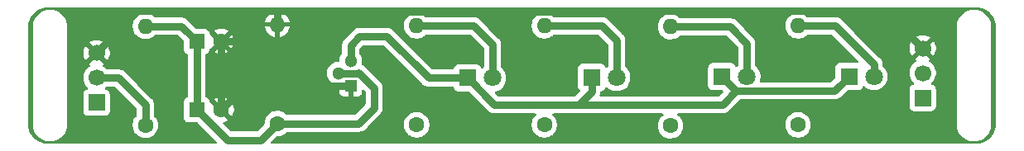
<source format=gbr>
%TF.GenerationSoftware,KiCad,Pcbnew,9.0.0*%
%TF.CreationDate,2025-06-20T16:33:01-04:00*%
%TF.ProjectId,proyecto_2_modulo,70726f79-6563-4746-9f5f-325f6d6f6475,rev?*%
%TF.SameCoordinates,Original*%
%TF.FileFunction,Copper,L2,Bot*%
%TF.FilePolarity,Positive*%
%FSLAX46Y46*%
G04 Gerber Fmt 4.6, Leading zero omitted, Abs format (unit mm)*
G04 Created by KiCad (PCBNEW 9.0.0) date 2025-06-20 16:33:01*
%MOMM*%
%LPD*%
G01*
G04 APERTURE LIST*
%TA.AperFunction,ComponentPad*%
%ADD10R,1.300000X1.300000*%
%TD*%
%TA.AperFunction,ComponentPad*%
%ADD11C,1.300000*%
%TD*%
%TA.AperFunction,ComponentPad*%
%ADD12C,1.600000*%
%TD*%
%TA.AperFunction,ComponentPad*%
%ADD13O,1.600000X1.600000*%
%TD*%
%TA.AperFunction,ComponentPad*%
%ADD14R,1.800000X1.800000*%
%TD*%
%TA.AperFunction,ComponentPad*%
%ADD15C,1.800000*%
%TD*%
%TA.AperFunction,ComponentPad*%
%ADD16R,1.700000X1.700000*%
%TD*%
%TA.AperFunction,ComponentPad*%
%ADD17C,1.700000*%
%TD*%
%TA.AperFunction,ComponentPad*%
%ADD18R,1.600000X1.600000*%
%TD*%
%TA.AperFunction,Conductor*%
%ADD19C,0.750000*%
%TD*%
G04 APERTURE END LIST*
D10*
%TO.P,Q2,1,E*%
%TO.N,GND1*%
X83500000Y-33520000D03*
D11*
%TO.P,Q2,2,B*%
%TO.N,Net-(Q2-B)*%
X82230000Y-32250000D03*
%TO.P,Q2,3,C*%
%TO.N,Net-(D10-K)*%
X83500000Y-30980000D03*
%TD*%
D12*
%TO.P,R15,1*%
%TO.N,Net-(J21-Pin_2)*%
X62500000Y-37580000D03*
D13*
%TO.P,R15,2*%
%TO.N,Net-(Q2-B)*%
X62500000Y-27420000D03*
%TD*%
D14*
%TO.P,D10,1,K*%
%TO.N,Net-(D10-K)*%
X134475000Y-32600000D03*
D15*
%TO.P,D10,2,A*%
%TO.N,Net-(D10-A)*%
X137015000Y-32600000D03*
%TD*%
D12*
%TO.P,R22,1*%
%TO.N,Net-(Q2-B)*%
X76000000Y-37410000D03*
D13*
%TO.P,R22,2*%
%TO.N,GND1*%
X76000000Y-27250000D03*
%TD*%
D14*
%TO.P,D7,1,K*%
%TO.N,Net-(D10-K)*%
X108160000Y-32700000D03*
D15*
%TO.P,D7,2,A*%
%TO.N,Net-(D7-A)*%
X110700000Y-32700000D03*
%TD*%
D12*
%TO.P,R23,1*%
%TO.N,VCC*%
X129250000Y-37560000D03*
D13*
%TO.P,R23,2*%
%TO.N,Net-(D10-A)*%
X129250000Y-27400000D03*
%TD*%
D16*
%TO.P,J21,1,Pin_1*%
%TO.N,VCC*%
X142000000Y-34790000D03*
D17*
%TO.P,J21,2,Pin_2*%
%TO.N,Net-(J21-Pin_2)*%
X142000000Y-32250000D03*
%TO.P,J21,3,Pin_3*%
%TO.N,GND1*%
X142000000Y-29710000D03*
%TD*%
D14*
%TO.P,D8,1,K*%
%TO.N,Net-(D10-K)*%
X121460000Y-32600000D03*
D15*
%TO.P,D8,2,A*%
%TO.N,Net-(D8-A)*%
X124000000Y-32600000D03*
%TD*%
D16*
%TO.P,J23,1,Pin_1*%
%TO.N,VCC*%
X57500000Y-35290000D03*
D17*
%TO.P,J23,2,Pin_2*%
%TO.N,Net-(J21-Pin_2)*%
X57500000Y-32750000D03*
%TO.P,J23,3,Pin_3*%
%TO.N,GND1*%
X57500000Y-30210000D03*
%TD*%
D12*
%TO.P,R16,1*%
%TO.N,VCC*%
X90250000Y-37560000D03*
D13*
%TO.P,R16,2*%
%TO.N,Net-(D5-A)*%
X90250000Y-27400000D03*
%TD*%
D12*
%TO.P,R20,1*%
%TO.N,VCC*%
X116200000Y-37660000D03*
D13*
%TO.P,R20,2*%
%TO.N,Net-(D8-A)*%
X116200000Y-27500000D03*
%TD*%
D12*
%TO.P,R19,1*%
%TO.N,VCC*%
X103300000Y-37560000D03*
D13*
%TO.P,R19,2*%
%TO.N,Net-(D7-A)*%
X103300000Y-27400000D03*
%TD*%
D18*
%TO.P,C9,1*%
%TO.N,Net-(Q2-B)*%
X67750000Y-36000000D03*
D12*
%TO.P,C9,2*%
%TO.N,GND1*%
X70250000Y-36000000D03*
%TD*%
D18*
%TO.P,C7,1*%
%TO.N,Net-(Q2-B)*%
X67750000Y-29000000D03*
D12*
%TO.P,C7,2*%
%TO.N,GND1*%
X70250000Y-29000000D03*
%TD*%
D14*
%TO.P,D5,1,K*%
%TO.N,Net-(D10-K)*%
X95460000Y-32750000D03*
D15*
%TO.P,D5,2,A*%
%TO.N,Net-(D5-A)*%
X98000000Y-32750000D03*
%TD*%
D19*
%TO.N,Net-(D10-K)*%
X106800000Y-35500000D02*
X121512000Y-35500000D01*
X121512000Y-35500000D02*
X122936000Y-34076000D01*
%TO.N,Net-(Q2-B)*%
X74286000Y-39124000D02*
X70874000Y-39124000D01*
X66170000Y-27420000D02*
X67750000Y-29000000D01*
X82230000Y-32250000D02*
X84250000Y-32250000D01*
X84250000Y-32250000D02*
X84300000Y-32200000D01*
X76000000Y-37410000D02*
X74286000Y-39124000D01*
X85900000Y-35800000D02*
X84290000Y-37410000D01*
X85900000Y-33800000D02*
X85900000Y-35800000D01*
X84290000Y-37410000D02*
X76000000Y-37410000D01*
X84300000Y-32200000D02*
X85900000Y-33800000D01*
X67750000Y-29000000D02*
X67750000Y-36000000D01*
X70874000Y-39124000D02*
X67750000Y-36000000D01*
X62500000Y-27420000D02*
X66170000Y-27420000D01*
%TO.N,GND1*%
X72900000Y-28400000D02*
X72900000Y-25876000D01*
X83500000Y-33520000D02*
X72730000Y-33520000D01*
X70250000Y-36000000D02*
X70250000Y-29000000D01*
X138166000Y-25876000D02*
X142000000Y-29710000D01*
X72300000Y-29000000D02*
X72900000Y-28400000D01*
X113800000Y-25900000D02*
X113824000Y-25876000D01*
X57500000Y-30210000D02*
X57500000Y-30100000D01*
X87024000Y-25900000D02*
X113800000Y-25900000D01*
X61724000Y-25876000D02*
X72900000Y-25876000D01*
X76000000Y-27250000D02*
X76000000Y-25976000D01*
X113824000Y-25876000D02*
X138166000Y-25876000D01*
X76100000Y-25876000D02*
X87000000Y-25876000D01*
X70250000Y-29000000D02*
X72300000Y-29000000D01*
X76000000Y-25976000D02*
X76100000Y-25876000D01*
X72900000Y-25876000D02*
X76100000Y-25876000D01*
X87000000Y-25876000D02*
X87024000Y-25900000D01*
X72730000Y-33520000D02*
X70250000Y-36000000D01*
X57500000Y-30100000D02*
X61724000Y-25876000D01*
%TO.N,Net-(D5-A)*%
X98000000Y-29300000D02*
X98000000Y-32750000D01*
X90250000Y-27400000D02*
X96100000Y-27400000D01*
X96100000Y-27400000D02*
X98000000Y-29300000D01*
%TO.N,Net-(D10-K)*%
X98210000Y-35500000D02*
X95460000Y-32750000D01*
X106800000Y-35500000D02*
X98210000Y-35500000D01*
X122936000Y-34076000D02*
X132999000Y-34076000D01*
X95460000Y-32750000D02*
X91450000Y-32750000D01*
X83500000Y-29400000D02*
X83500000Y-30980000D01*
X108160000Y-32700000D02*
X108160000Y-34140000D01*
X87200000Y-28500000D02*
X84400000Y-28500000D01*
X91450000Y-32750000D02*
X87200000Y-28500000D01*
X108160000Y-34140000D02*
X106800000Y-35500000D01*
X84400000Y-28500000D02*
X83500000Y-29400000D01*
X132999000Y-34076000D02*
X134475000Y-32600000D01*
X121460000Y-32600000D02*
X122936000Y-34076000D01*
%TO.N,Net-(D7-A)*%
X109200000Y-27400000D02*
X110700000Y-28900000D01*
X103300000Y-27400000D02*
X109200000Y-27400000D01*
X110700000Y-28900000D02*
X110700000Y-32700000D01*
%TO.N,Net-(D8-A)*%
X122300000Y-27500000D02*
X124000000Y-29200000D01*
X124000000Y-29200000D02*
X124000000Y-32600000D01*
X116200000Y-27500000D02*
X122300000Y-27500000D01*
%TO.N,Net-(D10-A)*%
X137015000Y-32600000D02*
X137015000Y-31327208D01*
X137015000Y-31327208D02*
X133087792Y-27400000D01*
X133087792Y-27400000D02*
X129250000Y-27400000D01*
%TO.N,Net-(J21-Pin_2)*%
X57500000Y-32750000D02*
X59750000Y-32750000D01*
X59750000Y-32750000D02*
X62500000Y-35500000D01*
X62500000Y-35500000D02*
X62500000Y-37580000D01*
%TD*%
%TA.AperFunction,Conductor*%
%TO.N,GND1*%
G36*
X147504043Y-25500765D02*
G01*
X147752895Y-25517075D01*
X147768953Y-25519190D01*
X147976105Y-25560395D01*
X148009535Y-25567045D01*
X148025202Y-25571243D01*
X148194947Y-25628863D01*
X148257481Y-25650091D01*
X148272458Y-25656294D01*
X148461461Y-25749500D01*
X148492460Y-25764787D01*
X148506507Y-25772897D01*
X148524824Y-25785136D01*
X148710464Y-25909177D01*
X148723325Y-25919045D01*
X148769688Y-25959705D01*
X148907749Y-26080781D01*
X148919218Y-26092250D01*
X149080951Y-26276671D01*
X149090825Y-26289539D01*
X149227102Y-26493492D01*
X149235212Y-26507539D01*
X149343702Y-26727534D01*
X149349909Y-26742520D01*
X149428756Y-26974797D01*
X149432954Y-26990464D01*
X149480807Y-27231035D01*
X149482925Y-27247116D01*
X149499235Y-27495956D01*
X149499500Y-27504066D01*
X149499500Y-37495933D01*
X149499235Y-37504043D01*
X149482925Y-37752883D01*
X149480807Y-37768964D01*
X149432954Y-38009535D01*
X149428756Y-38025202D01*
X149349909Y-38257479D01*
X149343702Y-38272465D01*
X149235212Y-38492460D01*
X149227102Y-38506507D01*
X149090825Y-38710460D01*
X149080951Y-38723328D01*
X148919218Y-38907749D01*
X148907749Y-38919218D01*
X148723328Y-39080951D01*
X148710460Y-39090825D01*
X148506507Y-39227102D01*
X148492460Y-39235212D01*
X148272465Y-39343702D01*
X148257479Y-39349909D01*
X148025202Y-39428756D01*
X148009535Y-39432954D01*
X147768964Y-39480807D01*
X147752883Y-39482925D01*
X147504043Y-39499235D01*
X147495933Y-39499500D01*
X75448006Y-39499500D01*
X75380967Y-39479815D01*
X75335212Y-39427011D01*
X75325268Y-39357853D01*
X75354293Y-39294297D01*
X75360325Y-39287819D01*
X75901325Y-38746819D01*
X75962648Y-38713334D01*
X75989006Y-38710500D01*
X76102351Y-38710500D01*
X76102352Y-38710500D01*
X76304534Y-38678477D01*
X76499219Y-38615220D01*
X76681610Y-38522287D01*
X76812461Y-38427219D01*
X76847213Y-38401971D01*
X76847215Y-38401968D01*
X76847219Y-38401966D01*
X76927366Y-38321819D01*
X76988689Y-38288334D01*
X77015047Y-38285500D01*
X84376231Y-38285500D01*
X84376232Y-38285499D01*
X84545374Y-38251855D01*
X84704705Y-38185858D01*
X84848099Y-38090045D01*
X85185261Y-37752883D01*
X85480497Y-37457648D01*
X88949500Y-37457648D01*
X88949500Y-37662351D01*
X88981522Y-37864534D01*
X89044781Y-38059223D01*
X89137715Y-38241613D01*
X89258028Y-38407213D01*
X89402786Y-38551971D01*
X89489843Y-38615220D01*
X89568390Y-38672287D01*
X89684607Y-38731503D01*
X89750776Y-38765218D01*
X89750778Y-38765218D01*
X89750781Y-38765220D01*
X89812329Y-38785218D01*
X89945465Y-38828477D01*
X90046557Y-38844488D01*
X90147648Y-38860500D01*
X90147649Y-38860500D01*
X90352351Y-38860500D01*
X90352352Y-38860500D01*
X90554534Y-38828477D01*
X90749219Y-38765220D01*
X90931610Y-38672287D01*
X91024590Y-38604732D01*
X91097213Y-38551971D01*
X91097215Y-38551968D01*
X91097219Y-38551966D01*
X91241966Y-38407219D01*
X91241968Y-38407215D01*
X91241971Y-38407213D01*
X91336101Y-38277652D01*
X91362287Y-38241610D01*
X91455220Y-38059219D01*
X91518477Y-37864534D01*
X91550500Y-37662352D01*
X91550500Y-37457648D01*
X91546772Y-37434108D01*
X91518477Y-37255465D01*
X91469739Y-37105466D01*
X91455220Y-37060781D01*
X91455218Y-37060778D01*
X91455218Y-37060776D01*
X91421503Y-36994607D01*
X91362287Y-36878390D01*
X91354556Y-36867749D01*
X91241971Y-36712786D01*
X91097213Y-36568028D01*
X90931613Y-36447715D01*
X90931612Y-36447714D01*
X90931610Y-36447713D01*
X90863639Y-36413080D01*
X90749223Y-36354781D01*
X90554534Y-36291522D01*
X90379995Y-36263878D01*
X90352352Y-36259500D01*
X90147648Y-36259500D01*
X90123329Y-36263351D01*
X89945465Y-36291522D01*
X89750776Y-36354781D01*
X89568386Y-36447715D01*
X89402786Y-36568028D01*
X89258028Y-36712786D01*
X89137715Y-36878386D01*
X89044781Y-37060776D01*
X88981522Y-37255465D01*
X88949500Y-37457648D01*
X85480497Y-37457648D01*
X85573050Y-37365095D01*
X86580042Y-36358102D01*
X86580045Y-36358099D01*
X86675858Y-36214705D01*
X86741855Y-36055374D01*
X86775500Y-35886229D01*
X86775500Y-35713771D01*
X86775500Y-33713771D01*
X86775500Y-33713768D01*
X86775499Y-33713766D01*
X86772337Y-33697872D01*
X86741855Y-33544626D01*
X86734081Y-33525858D01*
X86675861Y-33385301D01*
X86675854Y-33385288D01*
X86580046Y-33241902D01*
X86535810Y-33197666D01*
X86458099Y-33119955D01*
X85678690Y-32340546D01*
X84858102Y-31519957D01*
X84858094Y-31519951D01*
X84714707Y-31424143D01*
X84714706Y-31424142D01*
X84689006Y-31413497D01*
X84634603Y-31369655D01*
X84612539Y-31303361D01*
X84618530Y-31260614D01*
X84619963Y-31256206D01*
X84622171Y-31249409D01*
X84623507Y-31240974D01*
X84650500Y-31070551D01*
X84650500Y-30889448D01*
X84631439Y-30769109D01*
X84622171Y-30710591D01*
X84566211Y-30538361D01*
X84566211Y-30538360D01*
X84483996Y-30377006D01*
X84399181Y-30260267D01*
X84375702Y-30194460D01*
X84375500Y-30187382D01*
X84375500Y-29814006D01*
X84395185Y-29746967D01*
X84411819Y-29726325D01*
X84726325Y-29411819D01*
X84787648Y-29378334D01*
X84814006Y-29375500D01*
X86785994Y-29375500D01*
X86853033Y-29395185D01*
X86873675Y-29411819D01*
X90769955Y-33308099D01*
X90834026Y-33372170D01*
X90891902Y-33430046D01*
X91035288Y-33525854D01*
X91035301Y-33525861D01*
X91140342Y-33569370D01*
X91194626Y-33591855D01*
X91326423Y-33618071D01*
X91363766Y-33625499D01*
X91363769Y-33625500D01*
X91363771Y-33625500D01*
X91536229Y-33625500D01*
X93940336Y-33625500D01*
X94007375Y-33645185D01*
X94053130Y-33697989D01*
X94063626Y-33736246D01*
X94065909Y-33757483D01*
X94116202Y-33892328D01*
X94116206Y-33892335D01*
X94202452Y-34007544D01*
X94202455Y-34007547D01*
X94317664Y-34093793D01*
X94317671Y-34093797D01*
X94452517Y-34144091D01*
X94452516Y-34144091D01*
X94459444Y-34144835D01*
X94512127Y-34150500D01*
X95570993Y-34150499D01*
X95638032Y-34170183D01*
X95658674Y-34186818D01*
X97529955Y-36058099D01*
X97605947Y-36134091D01*
X97651902Y-36180046D01*
X97795288Y-36275854D01*
X97795301Y-36275861D01*
X97902056Y-36320080D01*
X97954626Y-36341855D01*
X98109901Y-36372741D01*
X98123766Y-36375499D01*
X98123769Y-36375500D01*
X98123771Y-36375500D01*
X102345953Y-36375500D01*
X102412992Y-36395185D01*
X102458747Y-36447989D01*
X102468691Y-36517147D01*
X102439666Y-36580703D01*
X102433634Y-36587181D01*
X102308032Y-36712782D01*
X102308028Y-36712786D01*
X102187715Y-36878386D01*
X102094781Y-37060776D01*
X102031522Y-37255465D01*
X101999500Y-37457648D01*
X101999500Y-37662351D01*
X102031522Y-37864534D01*
X102094781Y-38059223D01*
X102187715Y-38241613D01*
X102308028Y-38407213D01*
X102452786Y-38551971D01*
X102539843Y-38615220D01*
X102618390Y-38672287D01*
X102734607Y-38731503D01*
X102800776Y-38765218D01*
X102800778Y-38765218D01*
X102800781Y-38765220D01*
X102862329Y-38785218D01*
X102995465Y-38828477D01*
X103096557Y-38844488D01*
X103197648Y-38860500D01*
X103197649Y-38860500D01*
X103402351Y-38860500D01*
X103402352Y-38860500D01*
X103604534Y-38828477D01*
X103799219Y-38765220D01*
X103981610Y-38672287D01*
X104074590Y-38604732D01*
X104147213Y-38551971D01*
X104147215Y-38551968D01*
X104147219Y-38551966D01*
X104291966Y-38407219D01*
X104291968Y-38407215D01*
X104291971Y-38407213D01*
X104386101Y-38277652D01*
X104412287Y-38241610D01*
X104505220Y-38059219D01*
X104568477Y-37864534D01*
X104600500Y-37662352D01*
X104600500Y-37457648D01*
X104596772Y-37434108D01*
X104568477Y-37255465D01*
X104519739Y-37105466D01*
X104505220Y-37060781D01*
X104505218Y-37060778D01*
X104505218Y-37060776D01*
X104471503Y-36994607D01*
X104412287Y-36878390D01*
X104404556Y-36867749D01*
X104291971Y-36712786D01*
X104166366Y-36587181D01*
X104132881Y-36525858D01*
X104137865Y-36456166D01*
X104179737Y-36400233D01*
X104245201Y-36375816D01*
X104254047Y-36375500D01*
X106713771Y-36375500D01*
X106886229Y-36375500D01*
X115373787Y-36375500D01*
X115440826Y-36395185D01*
X115486581Y-36447989D01*
X115496525Y-36517147D01*
X115467500Y-36580703D01*
X115446672Y-36599819D01*
X115352780Y-36668034D01*
X115208028Y-36812786D01*
X115087715Y-36978386D01*
X114994781Y-37160776D01*
X114931522Y-37355465D01*
X114899500Y-37557648D01*
X114899500Y-37762351D01*
X114931522Y-37964534D01*
X114994781Y-38159223D01*
X115030241Y-38228815D01*
X115087442Y-38341079D01*
X115087715Y-38341613D01*
X115208028Y-38507213D01*
X115352786Y-38651971D01*
X115483336Y-38746819D01*
X115518390Y-38772287D01*
X115628669Y-38828477D01*
X115700776Y-38865218D01*
X115700778Y-38865218D01*
X115700781Y-38865220D01*
X115805137Y-38899127D01*
X115895465Y-38928477D01*
X115996557Y-38944488D01*
X116097648Y-38960500D01*
X116097649Y-38960500D01*
X116302351Y-38960500D01*
X116302352Y-38960500D01*
X116504534Y-38928477D01*
X116699219Y-38865220D01*
X116881610Y-38772287D01*
X116974590Y-38704732D01*
X117047213Y-38651971D01*
X117047215Y-38651968D01*
X117047219Y-38651966D01*
X117191966Y-38507219D01*
X117191968Y-38507215D01*
X117191971Y-38507213D01*
X117250093Y-38427213D01*
X117312287Y-38341610D01*
X117405220Y-38159219D01*
X117468477Y-37964534D01*
X117500500Y-37762352D01*
X117500500Y-37557648D01*
X117484661Y-37457648D01*
X127949500Y-37457648D01*
X127949500Y-37662351D01*
X127981522Y-37864534D01*
X128044781Y-38059223D01*
X128137715Y-38241613D01*
X128258028Y-38407213D01*
X128402786Y-38551971D01*
X128489843Y-38615220D01*
X128568390Y-38672287D01*
X128684607Y-38731503D01*
X128750776Y-38765218D01*
X128750778Y-38765218D01*
X128750781Y-38765220D01*
X128812329Y-38785218D01*
X128945465Y-38828477D01*
X129046557Y-38844488D01*
X129147648Y-38860500D01*
X129147649Y-38860500D01*
X129352351Y-38860500D01*
X129352352Y-38860500D01*
X129554534Y-38828477D01*
X129749219Y-38765220D01*
X129931610Y-38672287D01*
X130024590Y-38604732D01*
X130097213Y-38551971D01*
X130097215Y-38551968D01*
X130097219Y-38551966D01*
X130241966Y-38407219D01*
X130241968Y-38407215D01*
X130241971Y-38407213D01*
X130336101Y-38277652D01*
X130362287Y-38241610D01*
X130455220Y-38059219D01*
X130518477Y-37864534D01*
X130550500Y-37662352D01*
X130550500Y-37457648D01*
X130546772Y-37434108D01*
X130518477Y-37255465D01*
X130469739Y-37105466D01*
X130455220Y-37060781D01*
X130455218Y-37060778D01*
X130455218Y-37060776D01*
X130421503Y-36994607D01*
X130362287Y-36878390D01*
X130354556Y-36867749D01*
X130241971Y-36712786D01*
X130097213Y-36568028D01*
X129931613Y-36447715D01*
X129931612Y-36447714D01*
X129931610Y-36447713D01*
X129863639Y-36413080D01*
X129749223Y-36354781D01*
X129554534Y-36291522D01*
X129379995Y-36263878D01*
X129352352Y-36259500D01*
X129147648Y-36259500D01*
X129123329Y-36263351D01*
X128945465Y-36291522D01*
X128750776Y-36354781D01*
X128568386Y-36447715D01*
X128402786Y-36568028D01*
X128258028Y-36712786D01*
X128137715Y-36878386D01*
X128044781Y-37060776D01*
X127981522Y-37255465D01*
X127949500Y-37457648D01*
X117484661Y-37457648D01*
X117468477Y-37355466D01*
X117450617Y-37300500D01*
X117435985Y-37255465D01*
X117405220Y-37160781D01*
X117405218Y-37160778D01*
X117405218Y-37160776D01*
X117354265Y-37060776D01*
X117312287Y-36978390D01*
X117263163Y-36910776D01*
X117191971Y-36812786D01*
X117047219Y-36668034D01*
X116953327Y-36599818D01*
X116910662Y-36544489D01*
X116904683Y-36474875D01*
X116937288Y-36413080D01*
X116998127Y-36378723D01*
X117026213Y-36375500D01*
X121598231Y-36375500D01*
X121598232Y-36375499D01*
X121767374Y-36341855D01*
X121926705Y-36275858D01*
X122070099Y-36180045D01*
X123262325Y-34987819D01*
X123323648Y-34954334D01*
X123350006Y-34951500D01*
X133085231Y-34951500D01*
X133085232Y-34951499D01*
X133254374Y-34917855D01*
X133413705Y-34851858D01*
X133557099Y-34756045D01*
X134276325Y-34036817D01*
X134337648Y-34003333D01*
X134364006Y-34000499D01*
X135422871Y-34000499D01*
X135422872Y-34000499D01*
X135482483Y-33994091D01*
X135617331Y-33943796D01*
X135732546Y-33857546D01*
X135818796Y-33742331D01*
X135821066Y-33736246D01*
X135848601Y-33662420D01*
X135890471Y-33606486D01*
X135955936Y-33582068D01*
X136024209Y-33596919D01*
X136052464Y-33618071D01*
X136102636Y-33668243D01*
X136102641Y-33668247D01*
X136205980Y-33743326D01*
X136280978Y-33797815D01*
X136409375Y-33863237D01*
X136477393Y-33897895D01*
X136477396Y-33897896D01*
X136577048Y-33930274D01*
X136687049Y-33966015D01*
X136904778Y-34000500D01*
X136904779Y-34000500D01*
X137125221Y-34000500D01*
X137125222Y-34000500D01*
X137342951Y-33966015D01*
X137552606Y-33897895D01*
X137749022Y-33797815D01*
X137927365Y-33668242D01*
X138083242Y-33512365D01*
X138212815Y-33334022D01*
X138312895Y-33137606D01*
X138381015Y-32927951D01*
X138415500Y-32710222D01*
X138415500Y-32489778D01*
X138381015Y-32272049D01*
X138339316Y-32143713D01*
X140649500Y-32143713D01*
X140649500Y-32356287D01*
X140682754Y-32566243D01*
X140729786Y-32710993D01*
X140748444Y-32768414D01*
X140844951Y-32957820D01*
X140969890Y-33129786D01*
X141083430Y-33243326D01*
X141116915Y-33304649D01*
X141111931Y-33374341D01*
X141070059Y-33430274D01*
X141039083Y-33447189D01*
X140907669Y-33496203D01*
X140907664Y-33496206D01*
X140792455Y-33582452D01*
X140792452Y-33582455D01*
X140706206Y-33697664D01*
X140706202Y-33697671D01*
X140655908Y-33832517D01*
X140651412Y-33874341D01*
X140649501Y-33892123D01*
X140649500Y-33892135D01*
X140649500Y-35687870D01*
X140649501Y-35687876D01*
X140655908Y-35747483D01*
X140706202Y-35882328D01*
X140706206Y-35882335D01*
X140792452Y-35997544D01*
X140792455Y-35997547D01*
X140907664Y-36083793D01*
X140907671Y-36083797D01*
X141042517Y-36134091D01*
X141042516Y-36134091D01*
X141049444Y-36134835D01*
X141102127Y-36140500D01*
X142897872Y-36140499D01*
X142957483Y-36134091D01*
X143092331Y-36083796D01*
X143207546Y-35997546D01*
X143293796Y-35882331D01*
X143344091Y-35747483D01*
X143350500Y-35687873D01*
X143350499Y-33892128D01*
X143344091Y-33832517D01*
X143339450Y-33820075D01*
X143293797Y-33697671D01*
X143293793Y-33697664D01*
X143207547Y-33582455D01*
X143207544Y-33582452D01*
X143092335Y-33496206D01*
X143092328Y-33496202D01*
X142960917Y-33447189D01*
X142904983Y-33405318D01*
X142880566Y-33339853D01*
X142895418Y-33271580D01*
X142916563Y-33243332D01*
X143030104Y-33129792D01*
X143067769Y-33077951D01*
X143155048Y-32957820D01*
X143155047Y-32957820D01*
X143155051Y-32957816D01*
X143251557Y-32768412D01*
X143317246Y-32566243D01*
X143350500Y-32356287D01*
X143350500Y-32143713D01*
X143317246Y-31933757D01*
X143251557Y-31731588D01*
X143155051Y-31542184D01*
X143155049Y-31542181D01*
X143155048Y-31542179D01*
X143030109Y-31370213D01*
X142879786Y-31219890D01*
X142707817Y-31094949D01*
X142698504Y-31090204D01*
X142647707Y-31042230D01*
X142630912Y-30974409D01*
X142653449Y-30908274D01*
X142698507Y-30869232D01*
X142707555Y-30864622D01*
X142761716Y-30825270D01*
X142761717Y-30825270D01*
X142129408Y-30192962D01*
X142192993Y-30175925D01*
X142307007Y-30110099D01*
X142400099Y-30017007D01*
X142465925Y-29902993D01*
X142482962Y-29839408D01*
X143115270Y-30471717D01*
X143115270Y-30471716D01*
X143154622Y-30417554D01*
X143251095Y-30228217D01*
X143316757Y-30026130D01*
X143316757Y-30026127D01*
X143350000Y-29816246D01*
X143350000Y-29603753D01*
X143316757Y-29393872D01*
X143316757Y-29393869D01*
X143251095Y-29191782D01*
X143154624Y-29002449D01*
X143115270Y-28948282D01*
X143115269Y-28948282D01*
X142482962Y-29580590D01*
X142465925Y-29517007D01*
X142400099Y-29402993D01*
X142307007Y-29309901D01*
X142192993Y-29244075D01*
X142129409Y-29227037D01*
X142761716Y-28594728D01*
X142707550Y-28555375D01*
X142518217Y-28458904D01*
X142316129Y-28393242D01*
X142106246Y-28360000D01*
X141893754Y-28360000D01*
X141683872Y-28393242D01*
X141683869Y-28393242D01*
X141481782Y-28458904D01*
X141292439Y-28555380D01*
X141238282Y-28594727D01*
X141238282Y-28594728D01*
X141870591Y-29227037D01*
X141807007Y-29244075D01*
X141692993Y-29309901D01*
X141599901Y-29402993D01*
X141534075Y-29517007D01*
X141517037Y-29580591D01*
X140884728Y-28948282D01*
X140884727Y-28948282D01*
X140845380Y-29002439D01*
X140748904Y-29191782D01*
X140683242Y-29393869D01*
X140683242Y-29393872D01*
X140650000Y-29603753D01*
X140650000Y-29816246D01*
X140683242Y-30026127D01*
X140683242Y-30026130D01*
X140748904Y-30228217D01*
X140845375Y-30417550D01*
X140884728Y-30471716D01*
X141517037Y-29839408D01*
X141534075Y-29902993D01*
X141599901Y-30017007D01*
X141692993Y-30110099D01*
X141807007Y-30175925D01*
X141870590Y-30192962D01*
X141238282Y-30825269D01*
X141238282Y-30825270D01*
X141292452Y-30864626D01*
X141292451Y-30864626D01*
X141301495Y-30869234D01*
X141352292Y-30917208D01*
X141369087Y-30985029D01*
X141346550Y-31051164D01*
X141301499Y-31090202D01*
X141292182Y-31094949D01*
X141120213Y-31219890D01*
X140969890Y-31370213D01*
X140844951Y-31542179D01*
X140748444Y-31731585D01*
X140682753Y-31933760D01*
X140662380Y-32062393D01*
X140649500Y-32143713D01*
X138339316Y-32143713D01*
X138337635Y-32138539D01*
X138312897Y-32062399D01*
X138312895Y-32062393D01*
X138247350Y-31933757D01*
X138212815Y-31865978D01*
X138123116Y-31742517D01*
X138083247Y-31687641D01*
X138083243Y-31687636D01*
X137926819Y-31531212D01*
X137893334Y-31469889D01*
X137890500Y-31443531D01*
X137890500Y-31240976D01*
X137890499Y-31240974D01*
X137883524Y-31205908D01*
X137856855Y-31071834D01*
X137856324Y-31070551D01*
X137790861Y-30912509D01*
X137790854Y-30912496D01*
X137695046Y-30769110D01*
X137635936Y-30710000D01*
X137573099Y-30647163D01*
X135022830Y-28096894D01*
X134383991Y-27458054D01*
X134300739Y-27374802D01*
X145499500Y-27374802D01*
X145499500Y-27434108D01*
X145499500Y-37434108D01*
X145499500Y-37500000D01*
X145499500Y-37625198D01*
X145504842Y-37662351D01*
X145535135Y-37873044D01*
X145535136Y-37873048D01*
X145605676Y-38113291D01*
X145605678Y-38113297D01*
X145709695Y-38341061D01*
X145709705Y-38341079D01*
X145845068Y-38551708D01*
X145845072Y-38551714D01*
X146009047Y-38740952D01*
X146198285Y-38904927D01*
X146198291Y-38904931D01*
X146408920Y-39040294D01*
X146408928Y-39040298D01*
X146408932Y-39040301D01*
X146408935Y-39040302D01*
X146408938Y-39040304D01*
X146636702Y-39144321D01*
X146636708Y-39144323D01*
X146839788Y-39203951D01*
X146876954Y-39214864D01*
X147124802Y-39250500D01*
X147124803Y-39250500D01*
X147375197Y-39250500D01*
X147375198Y-39250500D01*
X147623046Y-39214864D01*
X147751803Y-39177057D01*
X147863291Y-39144323D01*
X147863297Y-39144321D01*
X147863297Y-39144320D01*
X147863300Y-39144320D01*
X148091068Y-39040301D01*
X148301715Y-38904927D01*
X148490952Y-38740952D01*
X148654927Y-38551715D01*
X148790301Y-38341068D01*
X148894320Y-38113300D01*
X148910200Y-38059219D01*
X148945045Y-37940545D01*
X148964864Y-37873046D01*
X149000500Y-37625198D01*
X149000500Y-37500000D01*
X149000500Y-37434108D01*
X149000500Y-27434108D01*
X149000500Y-27374802D01*
X148964864Y-27126954D01*
X148945045Y-27059455D01*
X148894323Y-26886708D01*
X148894321Y-26886702D01*
X148790304Y-26658938D01*
X148790294Y-26658920D01*
X148654931Y-26448291D01*
X148654927Y-26448285D01*
X148490952Y-26259047D01*
X148301714Y-26095072D01*
X148301708Y-26095068D01*
X148091079Y-25959705D01*
X148091061Y-25959695D01*
X147863297Y-25855678D01*
X147863291Y-25855676D01*
X147623048Y-25785136D01*
X147623044Y-25785135D01*
X147446468Y-25759747D01*
X147375198Y-25749500D01*
X147124802Y-25749500D01*
X147089167Y-25754623D01*
X146876955Y-25785135D01*
X146876951Y-25785136D01*
X146636708Y-25855676D01*
X146636702Y-25855678D01*
X146408938Y-25959695D01*
X146408920Y-25959705D01*
X146198291Y-26095068D01*
X146198285Y-26095072D01*
X146009047Y-26259047D01*
X145845072Y-26448285D01*
X145845068Y-26448291D01*
X145709705Y-26658920D01*
X145709695Y-26658938D01*
X145605678Y-26886702D01*
X145605676Y-26886708D01*
X145535136Y-27126951D01*
X145535135Y-27126955D01*
X145507718Y-27317648D01*
X145499500Y-27374802D01*
X134300739Y-27374802D01*
X133645894Y-26719957D01*
X133645890Y-26719954D01*
X133502503Y-26624145D01*
X133502490Y-26624138D01*
X133343170Y-26558146D01*
X133343158Y-26558143D01*
X133174024Y-26524500D01*
X133174021Y-26524500D01*
X130265047Y-26524500D01*
X130198008Y-26504815D01*
X130177366Y-26488181D01*
X130097213Y-26408028D01*
X129931613Y-26287715D01*
X129931612Y-26287714D01*
X129931610Y-26287713D01*
X129874113Y-26258417D01*
X129749223Y-26194781D01*
X129554534Y-26131522D01*
X129379995Y-26103878D01*
X129352352Y-26099500D01*
X129147648Y-26099500D01*
X129123329Y-26103351D01*
X128945465Y-26131522D01*
X128750776Y-26194781D01*
X128568386Y-26287715D01*
X128402786Y-26408028D01*
X128258028Y-26552786D01*
X128137715Y-26718386D01*
X128044781Y-26900776D01*
X127981522Y-27095465D01*
X127949500Y-27297648D01*
X127949500Y-27502352D01*
X127952668Y-27522351D01*
X127981522Y-27704534D01*
X128044781Y-27899223D01*
X128137715Y-28081613D01*
X128258028Y-28247213D01*
X128402786Y-28391971D01*
X128540427Y-28491971D01*
X128568390Y-28512287D01*
X128652955Y-28555375D01*
X128750776Y-28605218D01*
X128750778Y-28605218D01*
X128750781Y-28605220D01*
X128796131Y-28619955D01*
X128945465Y-28668477D01*
X129017713Y-28679920D01*
X129147648Y-28700500D01*
X129147649Y-28700500D01*
X129352351Y-28700500D01*
X129352352Y-28700500D01*
X129554534Y-28668477D01*
X129749219Y-28605220D01*
X129931610Y-28512287D01*
X130024590Y-28444732D01*
X130097213Y-28391971D01*
X130097215Y-28391968D01*
X130097219Y-28391966D01*
X130177366Y-28311819D01*
X130238689Y-28278334D01*
X130265047Y-28275500D01*
X132673786Y-28275500D01*
X132740825Y-28295185D01*
X132761467Y-28311819D01*
X135437467Y-30987819D01*
X135470952Y-31049142D01*
X135465968Y-31118834D01*
X135424096Y-31174767D01*
X135358632Y-31199184D01*
X135349786Y-31199500D01*
X133527129Y-31199500D01*
X133527123Y-31199501D01*
X133467516Y-31205908D01*
X133332671Y-31256202D01*
X133332664Y-31256206D01*
X133217455Y-31342452D01*
X133217452Y-31342455D01*
X133131206Y-31457664D01*
X133131202Y-31457671D01*
X133080908Y-31592517D01*
X133074501Y-31652116D01*
X133074500Y-31652135D01*
X133074500Y-32710993D01*
X133054815Y-32778032D01*
X133038181Y-32798674D01*
X132672675Y-33164181D01*
X132611352Y-33197666D01*
X132584994Y-33200500D01*
X125448131Y-33200500D01*
X125381092Y-33180815D01*
X125335337Y-33128011D01*
X125325393Y-33058853D01*
X125330200Y-33038183D01*
X125366014Y-32927954D01*
X125366013Y-32927954D01*
X125366015Y-32927951D01*
X125400500Y-32710222D01*
X125400500Y-32489778D01*
X125366015Y-32272049D01*
X125324317Y-32143713D01*
X125297896Y-32062396D01*
X125297895Y-32062393D01*
X125232350Y-31933757D01*
X125197815Y-31865978D01*
X125108116Y-31742517D01*
X125068247Y-31687641D01*
X125068243Y-31687636D01*
X124911819Y-31531212D01*
X124878334Y-31469889D01*
X124875500Y-31443531D01*
X124875500Y-29113768D01*
X124875499Y-29113766D01*
X124863344Y-29052661D01*
X124841855Y-28944626D01*
X124817282Y-28885301D01*
X124775861Y-28785301D01*
X124775854Y-28785288D01*
X124680046Y-28641902D01*
X124632871Y-28594727D01*
X124558099Y-28519955D01*
X123717959Y-27679815D01*
X122858102Y-26819957D01*
X122858098Y-26819954D01*
X122714711Y-26724145D01*
X122714698Y-26724138D01*
X122555378Y-26658146D01*
X122555366Y-26658143D01*
X122386232Y-26624500D01*
X122386229Y-26624500D01*
X117215047Y-26624500D01*
X117148008Y-26604815D01*
X117127366Y-26588181D01*
X117047213Y-26508028D01*
X116881613Y-26387715D01*
X116881612Y-26387714D01*
X116881610Y-26387713D01*
X116824653Y-26358691D01*
X116699223Y-26294781D01*
X116504534Y-26231522D01*
X116329995Y-26203878D01*
X116302352Y-26199500D01*
X116097648Y-26199500D01*
X116073329Y-26203351D01*
X115895465Y-26231522D01*
X115700776Y-26294781D01*
X115518386Y-26387715D01*
X115352786Y-26508028D01*
X115208028Y-26652786D01*
X115087715Y-26818386D01*
X114994781Y-27000776D01*
X114931522Y-27195465D01*
X114899500Y-27397648D01*
X114899500Y-27602351D01*
X114931522Y-27804534D01*
X114994781Y-27999223D01*
X115036760Y-28081610D01*
X115086356Y-28178947D01*
X115087715Y-28181613D01*
X115208028Y-28347213D01*
X115352786Y-28491971D01*
X115494222Y-28594728D01*
X115518390Y-28612287D01*
X115628669Y-28668477D01*
X115700776Y-28705218D01*
X115700778Y-28705218D01*
X115700781Y-28705220D01*
X115805137Y-28739127D01*
X115895465Y-28768477D01*
X115996557Y-28784488D01*
X116097648Y-28800500D01*
X116097649Y-28800500D01*
X116302351Y-28800500D01*
X116302352Y-28800500D01*
X116504534Y-28768477D01*
X116699219Y-28705220D01*
X116881610Y-28612287D01*
X116974590Y-28544732D01*
X117047213Y-28491971D01*
X117047215Y-28491968D01*
X117047219Y-28491966D01*
X117127366Y-28411819D01*
X117188689Y-28378334D01*
X117215047Y-28375500D01*
X121885994Y-28375500D01*
X121953033Y-28395185D01*
X121973675Y-28411819D01*
X123088181Y-29526325D01*
X123121666Y-29587648D01*
X123124500Y-29614006D01*
X123124500Y-31443531D01*
X123115855Y-31472968D01*
X123109332Y-31502959D01*
X123105577Y-31507974D01*
X123104815Y-31510570D01*
X123088181Y-31531212D01*
X123088180Y-31531213D01*
X123037463Y-31581929D01*
X122976140Y-31615413D01*
X122906448Y-31610428D01*
X122850515Y-31568556D01*
X122833601Y-31537580D01*
X122803797Y-31457671D01*
X122803793Y-31457664D01*
X122717547Y-31342455D01*
X122717544Y-31342452D01*
X122602335Y-31256206D01*
X122602328Y-31256202D01*
X122467482Y-31205908D01*
X122467483Y-31205908D01*
X122407883Y-31199501D01*
X122407881Y-31199500D01*
X122407873Y-31199500D01*
X122407864Y-31199500D01*
X120512129Y-31199500D01*
X120512123Y-31199501D01*
X120452516Y-31205908D01*
X120317671Y-31256202D01*
X120317664Y-31256206D01*
X120202455Y-31342452D01*
X120202452Y-31342455D01*
X120116206Y-31457664D01*
X120116202Y-31457671D01*
X120065908Y-31592517D01*
X120059501Y-31652116D01*
X120059500Y-31652135D01*
X120059500Y-33547870D01*
X120059501Y-33547876D01*
X120065908Y-33607483D01*
X120116202Y-33742328D01*
X120116206Y-33742335D01*
X120202452Y-33857544D01*
X120202455Y-33857547D01*
X120317664Y-33943793D01*
X120317671Y-33943797D01*
X120452517Y-33994091D01*
X120452516Y-33994091D01*
X120459444Y-33994835D01*
X120512127Y-34000500D01*
X121473994Y-34000499D01*
X121541033Y-34020183D01*
X121586788Y-34072987D01*
X121596732Y-34142146D01*
X121567707Y-34205702D01*
X121561675Y-34212180D01*
X121185675Y-34588181D01*
X121124352Y-34621666D01*
X121097994Y-34624500D01*
X109092527Y-34624500D01*
X109025488Y-34604815D01*
X108979733Y-34552011D01*
X108969789Y-34482853D01*
X108977966Y-34453047D01*
X109001855Y-34395374D01*
X109035500Y-34226229D01*
X109035500Y-34219663D01*
X109055185Y-34152624D01*
X109107989Y-34106869D01*
X109146248Y-34096373D01*
X109167483Y-34094091D01*
X109302331Y-34043796D01*
X109417546Y-33957546D01*
X109503796Y-33842331D01*
X109504739Y-33839804D01*
X109533601Y-33762420D01*
X109575471Y-33706486D01*
X109640936Y-33682068D01*
X109709209Y-33696919D01*
X109737464Y-33718071D01*
X109787636Y-33768243D01*
X109787641Y-33768247D01*
X109926928Y-33869444D01*
X109965978Y-33897815D01*
X110084491Y-33958201D01*
X110162393Y-33997895D01*
X110162396Y-33997896D01*
X110267221Y-34031955D01*
X110372049Y-34066015D01*
X110589778Y-34100500D01*
X110589779Y-34100500D01*
X110810221Y-34100500D01*
X110810222Y-34100500D01*
X111027951Y-34066015D01*
X111237606Y-33997895D01*
X111434022Y-33897815D01*
X111612365Y-33768242D01*
X111768242Y-33612365D01*
X111897815Y-33434022D01*
X111997895Y-33237606D01*
X112066015Y-33027951D01*
X112100500Y-32810222D01*
X112100500Y-32589778D01*
X112066015Y-32372049D01*
X112020376Y-32231585D01*
X111997896Y-32162396D01*
X111997895Y-32162393D01*
X111963237Y-32094375D01*
X111897815Y-31965978D01*
X111828238Y-31870213D01*
X111768247Y-31787641D01*
X111768243Y-31787636D01*
X111611819Y-31631212D01*
X111578334Y-31569889D01*
X111575500Y-31543531D01*
X111575500Y-28813768D01*
X111575499Y-28813766D01*
X111552969Y-28700500D01*
X111541855Y-28644626D01*
X111533816Y-28625218D01*
X111475861Y-28485301D01*
X111475854Y-28485288D01*
X111380046Y-28341902D01*
X111333329Y-28295185D01*
X111258099Y-28219955D01*
X110533750Y-27495606D01*
X109758102Y-26719957D01*
X109758098Y-26719954D01*
X109614711Y-26624145D01*
X109614698Y-26624138D01*
X109455378Y-26558146D01*
X109455366Y-26558143D01*
X109286232Y-26524500D01*
X109286229Y-26524500D01*
X104315047Y-26524500D01*
X104248008Y-26504815D01*
X104227366Y-26488181D01*
X104147213Y-26408028D01*
X103981613Y-26287715D01*
X103981612Y-26287714D01*
X103981610Y-26287713D01*
X103924113Y-26258417D01*
X103799223Y-26194781D01*
X103604534Y-26131522D01*
X103429995Y-26103878D01*
X103402352Y-26099500D01*
X103197648Y-26099500D01*
X103173329Y-26103351D01*
X102995465Y-26131522D01*
X102800776Y-26194781D01*
X102618386Y-26287715D01*
X102452786Y-26408028D01*
X102308028Y-26552786D01*
X102187715Y-26718386D01*
X102094781Y-26900776D01*
X102031522Y-27095465D01*
X101999500Y-27297648D01*
X101999500Y-27502352D01*
X102002668Y-27522351D01*
X102031522Y-27704534D01*
X102094781Y-27899223D01*
X102187715Y-28081613D01*
X102308028Y-28247213D01*
X102452786Y-28391971D01*
X102590427Y-28491971D01*
X102618390Y-28512287D01*
X102702955Y-28555375D01*
X102800776Y-28605218D01*
X102800778Y-28605218D01*
X102800781Y-28605220D01*
X102846131Y-28619955D01*
X102995465Y-28668477D01*
X103067713Y-28679920D01*
X103197648Y-28700500D01*
X103197649Y-28700500D01*
X103402351Y-28700500D01*
X103402352Y-28700500D01*
X103604534Y-28668477D01*
X103799219Y-28605220D01*
X103981610Y-28512287D01*
X104074590Y-28444732D01*
X104147213Y-28391971D01*
X104147215Y-28391968D01*
X104147219Y-28391966D01*
X104227366Y-28311819D01*
X104288689Y-28278334D01*
X104315047Y-28275500D01*
X108785994Y-28275500D01*
X108853033Y-28295185D01*
X108873675Y-28311819D01*
X109788181Y-29226325D01*
X109821666Y-29287648D01*
X109824500Y-29314006D01*
X109824500Y-31543531D01*
X109815855Y-31572968D01*
X109809332Y-31602959D01*
X109805577Y-31607974D01*
X109804815Y-31610570D01*
X109788181Y-31631212D01*
X109788180Y-31631213D01*
X109737463Y-31681929D01*
X109676140Y-31715413D01*
X109606448Y-31710428D01*
X109550515Y-31668556D01*
X109533601Y-31637580D01*
X109503797Y-31557671D01*
X109503793Y-31557664D01*
X109417547Y-31442455D01*
X109417544Y-31442452D01*
X109302335Y-31356206D01*
X109302328Y-31356202D01*
X109167482Y-31305908D01*
X109167483Y-31305908D01*
X109107883Y-31299501D01*
X109107881Y-31299500D01*
X109107873Y-31299500D01*
X109107864Y-31299500D01*
X107212129Y-31299500D01*
X107212123Y-31299501D01*
X107152516Y-31305908D01*
X107017671Y-31356202D01*
X107017664Y-31356206D01*
X106902455Y-31442452D01*
X106902452Y-31442455D01*
X106816206Y-31557664D01*
X106816202Y-31557671D01*
X106765908Y-31692517D01*
X106759501Y-31752116D01*
X106759500Y-31752135D01*
X106759500Y-33647870D01*
X106759501Y-33647876D01*
X106765908Y-33707483D01*
X106816202Y-33842328D01*
X106816206Y-33842335D01*
X106902451Y-33957543D01*
X106902452Y-33957544D01*
X106902454Y-33957546D01*
X106903331Y-33958202D01*
X106903988Y-33959080D01*
X106908725Y-33963817D01*
X106908044Y-33964497D01*
X106945203Y-34014134D01*
X106950189Y-34083826D01*
X106916705Y-34145149D01*
X106916703Y-34145151D01*
X106473675Y-34588181D01*
X106412352Y-34621666D01*
X106385994Y-34624500D01*
X98624006Y-34624500D01*
X98556967Y-34604815D01*
X98536325Y-34588181D01*
X98271795Y-34323651D01*
X98238310Y-34262328D01*
X98243294Y-34192636D01*
X98285166Y-34136703D01*
X98323673Y-34118619D01*
X98323317Y-34117521D01*
X98537603Y-34047896D01*
X98537606Y-34047895D01*
X98545651Y-34043796D01*
X98734022Y-33947815D01*
X98912365Y-33818242D01*
X99068242Y-33662365D01*
X99197815Y-33484022D01*
X99297895Y-33287606D01*
X99366015Y-33077951D01*
X99400500Y-32860222D01*
X99400500Y-32639778D01*
X99366015Y-32422049D01*
X99317277Y-32272047D01*
X99297896Y-32212396D01*
X99297895Y-32212393D01*
X99262900Y-32143713D01*
X99197815Y-32015978D01*
X99139501Y-31935715D01*
X99068247Y-31837641D01*
X99068243Y-31837636D01*
X98911819Y-31681212D01*
X98878334Y-31619889D01*
X98875500Y-31593531D01*
X98875500Y-29213768D01*
X98875499Y-29213766D01*
X98863689Y-29154394D01*
X98841855Y-29044626D01*
X98823371Y-29000001D01*
X98775861Y-28885301D01*
X98775854Y-28885288D01*
X98680046Y-28741902D01*
X98626621Y-28688477D01*
X98558099Y-28619955D01*
X97617959Y-27679815D01*
X96658102Y-26719957D01*
X96658098Y-26719954D01*
X96514711Y-26624145D01*
X96514698Y-26624138D01*
X96355378Y-26558146D01*
X96355366Y-26558143D01*
X96186232Y-26524500D01*
X96186229Y-26524500D01*
X91265047Y-26524500D01*
X91198008Y-26504815D01*
X91177366Y-26488181D01*
X91097213Y-26408028D01*
X90931613Y-26287715D01*
X90931612Y-26287714D01*
X90931610Y-26287713D01*
X90874113Y-26258417D01*
X90749223Y-26194781D01*
X90554534Y-26131522D01*
X90379995Y-26103878D01*
X90352352Y-26099500D01*
X90147648Y-26099500D01*
X90123329Y-26103351D01*
X89945465Y-26131522D01*
X89750776Y-26194781D01*
X89568386Y-26287715D01*
X89402786Y-26408028D01*
X89258028Y-26552786D01*
X89137715Y-26718386D01*
X89044781Y-26900776D01*
X88981522Y-27095465D01*
X88949500Y-27297648D01*
X88949500Y-27502352D01*
X88952668Y-27522351D01*
X88981522Y-27704534D01*
X89044781Y-27899223D01*
X89137715Y-28081613D01*
X89258028Y-28247213D01*
X89402786Y-28391971D01*
X89540427Y-28491971D01*
X89568390Y-28512287D01*
X89652955Y-28555375D01*
X89750776Y-28605218D01*
X89750778Y-28605218D01*
X89750781Y-28605220D01*
X89796131Y-28619955D01*
X89945465Y-28668477D01*
X90017713Y-28679920D01*
X90147648Y-28700500D01*
X90147649Y-28700500D01*
X90352351Y-28700500D01*
X90352352Y-28700500D01*
X90554534Y-28668477D01*
X90749219Y-28605220D01*
X90931610Y-28512287D01*
X91024590Y-28444732D01*
X91097213Y-28391971D01*
X91097215Y-28391968D01*
X91097219Y-28391966D01*
X91177366Y-28311819D01*
X91238689Y-28278334D01*
X91265047Y-28275500D01*
X95685994Y-28275500D01*
X95753033Y-28295185D01*
X95773675Y-28311819D01*
X97088181Y-29626325D01*
X97121666Y-29687648D01*
X97124500Y-29714006D01*
X97124500Y-31593531D01*
X97115855Y-31622968D01*
X97109332Y-31652959D01*
X97105577Y-31657974D01*
X97104815Y-31660570D01*
X97088181Y-31681212D01*
X97088180Y-31681213D01*
X97037463Y-31731929D01*
X96976140Y-31765413D01*
X96906448Y-31760428D01*
X96850515Y-31718556D01*
X96833601Y-31687580D01*
X96803797Y-31607671D01*
X96803793Y-31607664D01*
X96717547Y-31492455D01*
X96717544Y-31492452D01*
X96602335Y-31406206D01*
X96602328Y-31406202D01*
X96467482Y-31355908D01*
X96467483Y-31355908D01*
X96407883Y-31349501D01*
X96407881Y-31349500D01*
X96407873Y-31349500D01*
X96407864Y-31349500D01*
X94512129Y-31349500D01*
X94512123Y-31349501D01*
X94452516Y-31355908D01*
X94317671Y-31406202D01*
X94317664Y-31406206D01*
X94202455Y-31492452D01*
X94202452Y-31492455D01*
X94116206Y-31607664D01*
X94116202Y-31607671D01*
X94065908Y-31742516D01*
X94063625Y-31763757D01*
X94036886Y-31828308D01*
X93979493Y-31868155D01*
X93940336Y-31874500D01*
X91864006Y-31874500D01*
X91796967Y-31854815D01*
X91776325Y-31838181D01*
X87758102Y-27819957D01*
X87758098Y-27819954D01*
X87614711Y-27724145D01*
X87614698Y-27724138D01*
X87455378Y-27658146D01*
X87455366Y-27658143D01*
X87286232Y-27624500D01*
X87286229Y-27624500D01*
X84486229Y-27624500D01*
X84313771Y-27624500D01*
X84313768Y-27624500D01*
X84144633Y-27658143D01*
X84144621Y-27658146D01*
X83985301Y-27724138D01*
X83985288Y-27724145D01*
X83841901Y-27819954D01*
X83841897Y-27819957D01*
X83160888Y-28500968D01*
X82941901Y-28719955D01*
X82907462Y-28754394D01*
X82819953Y-28841902D01*
X82724145Y-28985288D01*
X82724138Y-28985301D01*
X82658146Y-29144621D01*
X82658143Y-29144633D01*
X82624500Y-29313766D01*
X82624500Y-30187382D01*
X82604815Y-30254421D01*
X82600819Y-30260267D01*
X82516003Y-30377006D01*
X82433788Y-30538360D01*
X82433787Y-30538363D01*
X82377829Y-30710589D01*
X82349500Y-30889448D01*
X82349500Y-30975500D01*
X82329815Y-31042539D01*
X82277011Y-31088294D01*
X82225500Y-31099500D01*
X82139449Y-31099500D01*
X81960589Y-31127829D01*
X81788363Y-31183787D01*
X81788360Y-31183788D01*
X81627002Y-31266006D01*
X81480505Y-31372441D01*
X81480500Y-31372445D01*
X81352445Y-31500500D01*
X81352441Y-31500505D01*
X81246006Y-31647002D01*
X81163788Y-31808360D01*
X81163787Y-31808363D01*
X81107829Y-31980589D01*
X81079500Y-32159448D01*
X81079500Y-32340551D01*
X81107829Y-32519410D01*
X81163787Y-32691636D01*
X81163788Y-32691639D01*
X81218326Y-32798674D01*
X81224210Y-32810222D01*
X81246006Y-32852997D01*
X81352441Y-32999494D01*
X81352445Y-32999499D01*
X81480500Y-33127554D01*
X81480505Y-33127558D01*
X81553808Y-33180815D01*
X81627006Y-33233996D01*
X81724192Y-33283515D01*
X81788360Y-33316211D01*
X81788363Y-33316212D01*
X81861125Y-33339853D01*
X81960591Y-33372171D01*
X82043409Y-33385288D01*
X82139449Y-33400500D01*
X82139454Y-33400500D01*
X82320551Y-33400500D01*
X82416509Y-33385301D01*
X82499409Y-33372171D01*
X82671639Y-33316211D01*
X82735808Y-33283514D01*
X82792103Y-33270000D01*
X83219670Y-33270000D01*
X83199925Y-33289745D01*
X83150556Y-33375255D01*
X83125000Y-33470630D01*
X83125000Y-33569370D01*
X83150556Y-33664745D01*
X83199925Y-33750255D01*
X83219670Y-33770000D01*
X82350000Y-33770000D01*
X82350000Y-34217844D01*
X82356401Y-34277372D01*
X82356403Y-34277379D01*
X82406645Y-34412086D01*
X82406649Y-34412093D01*
X82492809Y-34527187D01*
X82492812Y-34527190D01*
X82607906Y-34613350D01*
X82607913Y-34613354D01*
X82742620Y-34663596D01*
X82742627Y-34663598D01*
X82802155Y-34669999D01*
X82802172Y-34670000D01*
X83250000Y-34670000D01*
X83250000Y-33800330D01*
X83269745Y-33820075D01*
X83355255Y-33869444D01*
X83450630Y-33895000D01*
X83549370Y-33895000D01*
X83644745Y-33869444D01*
X83730255Y-33820075D01*
X83750000Y-33800330D01*
X83750000Y-34670000D01*
X84197828Y-34670000D01*
X84197844Y-34669999D01*
X84257372Y-34663598D01*
X84257379Y-34663596D01*
X84392086Y-34613354D01*
X84392093Y-34613350D01*
X84507187Y-34527190D01*
X84507190Y-34527187D01*
X84593350Y-34412093D01*
X84593354Y-34412086D01*
X84643596Y-34277379D01*
X84643598Y-34277372D01*
X84649999Y-34217844D01*
X84650000Y-34217827D01*
X84650000Y-34087506D01*
X84656238Y-34066260D01*
X84657818Y-34044172D01*
X84665890Y-34033388D01*
X84669685Y-34020467D01*
X84686418Y-34005967D01*
X84699690Y-33988239D01*
X84712310Y-33983531D01*
X84722489Y-33974712D01*
X84744406Y-33971560D01*
X84765154Y-33963822D01*
X84778314Y-33966684D01*
X84791647Y-33964768D01*
X84811790Y-33973967D01*
X84833427Y-33978674D01*
X84851152Y-33991942D01*
X84855203Y-33993793D01*
X84861681Y-33999825D01*
X84988181Y-34126325D01*
X85021666Y-34187648D01*
X85024500Y-34214006D01*
X85024500Y-35385994D01*
X85004815Y-35453033D01*
X84988181Y-35473675D01*
X83963675Y-36498181D01*
X83902352Y-36531666D01*
X83875994Y-36534500D01*
X77015047Y-36534500D01*
X76948008Y-36514815D01*
X76927366Y-36498181D01*
X76847213Y-36418028D01*
X76681613Y-36297715D01*
X76681612Y-36297714D01*
X76681610Y-36297713D01*
X76606613Y-36259500D01*
X76499223Y-36204781D01*
X76304534Y-36141522D01*
X76129995Y-36113878D01*
X76102352Y-36109500D01*
X75897648Y-36109500D01*
X75873329Y-36113351D01*
X75695465Y-36141522D01*
X75500776Y-36204781D01*
X75318386Y-36297715D01*
X75152786Y-36418028D01*
X75008028Y-36562786D01*
X74887715Y-36728386D01*
X74794781Y-36910776D01*
X74731522Y-37105465D01*
X74699500Y-37307648D01*
X74699500Y-37420994D01*
X74679815Y-37488033D01*
X74663181Y-37508675D01*
X73959675Y-38212181D01*
X73898352Y-38245666D01*
X73871994Y-38248500D01*
X71288006Y-38248500D01*
X71220967Y-38228815D01*
X71200325Y-38212181D01*
X70469001Y-37480857D01*
X70435516Y-37419534D01*
X70440500Y-37349842D01*
X70482372Y-37293909D01*
X70537288Y-37270702D01*
X70554421Y-37267988D01*
X70749031Y-37204755D01*
X70931349Y-37111859D01*
X70975921Y-37079474D01*
X70296446Y-36400000D01*
X70302661Y-36400000D01*
X70404394Y-36372741D01*
X70495606Y-36320080D01*
X70570080Y-36245606D01*
X70622741Y-36154394D01*
X70650000Y-36052661D01*
X70650000Y-36046447D01*
X71329474Y-36725921D01*
X71361859Y-36681349D01*
X71454755Y-36499031D01*
X71517990Y-36304417D01*
X71550000Y-36102317D01*
X71550000Y-35897682D01*
X71517990Y-35695582D01*
X71454755Y-35500968D01*
X71361859Y-35318650D01*
X71329474Y-35274077D01*
X71329474Y-35274076D01*
X70650000Y-35953551D01*
X70650000Y-35947339D01*
X70622741Y-35845606D01*
X70570080Y-35754394D01*
X70495606Y-35679920D01*
X70404394Y-35627259D01*
X70302661Y-35600000D01*
X70296446Y-35600000D01*
X70975922Y-34920524D01*
X70975921Y-34920523D01*
X70931359Y-34888147D01*
X70931350Y-34888141D01*
X70749031Y-34795244D01*
X70554417Y-34732009D01*
X70352317Y-34700000D01*
X70147683Y-34700000D01*
X69945582Y-34732009D01*
X69750968Y-34795244D01*
X69568644Y-34888143D01*
X69524077Y-34920523D01*
X69524077Y-34920524D01*
X70203554Y-35600000D01*
X70197339Y-35600000D01*
X70095606Y-35627259D01*
X70004394Y-35679920D01*
X69929920Y-35754394D01*
X69877259Y-35845606D01*
X69850000Y-35947339D01*
X69850000Y-35953553D01*
X69165513Y-35269066D01*
X69115849Y-35258633D01*
X69066093Y-35209581D01*
X69054076Y-35178947D01*
X69050499Y-35164377D01*
X69050499Y-35152128D01*
X69044091Y-35092517D01*
X69011212Y-35004365D01*
X69011211Y-35004359D01*
X68993797Y-34957671D01*
X68993793Y-34957664D01*
X68907547Y-34842455D01*
X68907544Y-34842452D01*
X68792335Y-34756206D01*
X68792330Y-34756203D01*
X68706166Y-34724066D01*
X68650233Y-34682194D01*
X68625816Y-34616730D01*
X68625500Y-34607884D01*
X68625500Y-30392115D01*
X68645185Y-30325076D01*
X68697989Y-30279321D01*
X68706167Y-30275933D01*
X68792328Y-30243797D01*
X68792327Y-30243797D01*
X68792331Y-30243796D01*
X68907546Y-30157546D01*
X68993796Y-30042331D01*
X69044091Y-29907483D01*
X69050500Y-29847873D01*
X69050499Y-29835612D01*
X69054075Y-29821052D01*
X69064342Y-29803380D01*
X69070067Y-29783760D01*
X69081539Y-29773783D01*
X69089177Y-29760640D01*
X69107367Y-29751325D01*
X69122792Y-29737913D01*
X69139280Y-29734984D01*
X69151367Y-29728795D01*
X69166018Y-29730234D01*
X69166254Y-29730192D01*
X69850000Y-29046446D01*
X69850000Y-29052661D01*
X69877259Y-29154394D01*
X69929920Y-29245606D01*
X70004394Y-29320080D01*
X70095606Y-29372741D01*
X70197339Y-29400000D01*
X70203553Y-29400000D01*
X69524076Y-30079474D01*
X69568650Y-30111859D01*
X69750968Y-30204755D01*
X69945582Y-30267990D01*
X70147683Y-30300000D01*
X70352317Y-30300000D01*
X70554417Y-30267990D01*
X70749031Y-30204755D01*
X70931349Y-30111859D01*
X70975921Y-30079474D01*
X70296447Y-29400000D01*
X70302661Y-29400000D01*
X70404394Y-29372741D01*
X70495606Y-29320080D01*
X70570080Y-29245606D01*
X70622741Y-29154394D01*
X70650000Y-29052661D01*
X70650000Y-29046447D01*
X71329474Y-29725921D01*
X71361859Y-29681349D01*
X71454755Y-29499031D01*
X71517990Y-29304417D01*
X71550000Y-29102317D01*
X71550000Y-28897682D01*
X71517990Y-28695582D01*
X71454755Y-28500968D01*
X71361859Y-28318650D01*
X71329474Y-28274077D01*
X71329474Y-28274076D01*
X70650000Y-28953551D01*
X70650000Y-28947339D01*
X70622741Y-28845606D01*
X70570080Y-28754394D01*
X70495606Y-28679920D01*
X70404394Y-28627259D01*
X70302661Y-28600000D01*
X70296446Y-28600000D01*
X70975922Y-27920524D01*
X70975921Y-27920523D01*
X70931359Y-27888147D01*
X70931350Y-27888141D01*
X70749031Y-27795244D01*
X70554417Y-27732009D01*
X70352317Y-27700000D01*
X70147683Y-27700000D01*
X69945582Y-27732009D01*
X69750968Y-27795244D01*
X69568644Y-27888143D01*
X69524077Y-27920523D01*
X69524077Y-27920524D01*
X70203554Y-28600000D01*
X70197339Y-28600000D01*
X70095606Y-28627259D01*
X70004394Y-28679920D01*
X69929920Y-28754394D01*
X69877259Y-28845606D01*
X69850000Y-28947339D01*
X69850000Y-28953553D01*
X69165513Y-28269066D01*
X69115849Y-28258633D01*
X69066093Y-28209581D01*
X69054076Y-28178947D01*
X69050499Y-28164378D01*
X69050499Y-28152128D01*
X69044091Y-28092517D01*
X69011212Y-28004365D01*
X69011211Y-28004359D01*
X68993797Y-27957671D01*
X68993793Y-27957664D01*
X68907547Y-27842455D01*
X68907544Y-27842452D01*
X68792335Y-27756206D01*
X68792328Y-27756202D01*
X68657482Y-27705908D01*
X68657483Y-27705908D01*
X68597883Y-27699501D01*
X68597881Y-27699500D01*
X68597873Y-27699500D01*
X68597865Y-27699500D01*
X67739006Y-27699500D01*
X67709565Y-27690855D01*
X67679579Y-27684332D01*
X67674563Y-27680577D01*
X67671967Y-27679815D01*
X67651325Y-27663181D01*
X67538762Y-27550618D01*
X67112889Y-27124744D01*
X66988145Y-27000000D01*
X74723391Y-27000000D01*
X75684314Y-27000000D01*
X75679920Y-27004394D01*
X75627259Y-27095606D01*
X75600000Y-27197339D01*
X75600000Y-27302661D01*
X75627259Y-27404394D01*
X75679920Y-27495606D01*
X75684314Y-27500000D01*
X74723391Y-27500000D01*
X74732009Y-27554413D01*
X74795244Y-27749029D01*
X74888140Y-27931349D01*
X75008417Y-28096894D01*
X75008417Y-28096895D01*
X75153104Y-28241582D01*
X75318650Y-28361859D01*
X75500968Y-28454754D01*
X75695578Y-28517988D01*
X75750000Y-28526607D01*
X75750000Y-27565686D01*
X75754394Y-27570080D01*
X75845606Y-27622741D01*
X75947339Y-27650000D01*
X76052661Y-27650000D01*
X76154394Y-27622741D01*
X76245606Y-27570080D01*
X76250000Y-27565686D01*
X76250000Y-28526606D01*
X76304421Y-28517988D01*
X76499031Y-28454754D01*
X76681349Y-28361859D01*
X76846894Y-28241582D01*
X76846895Y-28241582D01*
X76991582Y-28096895D01*
X76991582Y-28096894D01*
X77111859Y-27931349D01*
X77204755Y-27749029D01*
X77267990Y-27554413D01*
X77276609Y-27500000D01*
X76315686Y-27500000D01*
X76320080Y-27495606D01*
X76372741Y-27404394D01*
X76400000Y-27302661D01*
X76400000Y-27197339D01*
X76372741Y-27095606D01*
X76320080Y-27004394D01*
X76315686Y-27000000D01*
X77276609Y-27000000D01*
X77267990Y-26945586D01*
X77204755Y-26750970D01*
X77111859Y-26568650D01*
X76991582Y-26403105D01*
X76991582Y-26403104D01*
X76846895Y-26258417D01*
X76681349Y-26138140D01*
X76499029Y-26045244D01*
X76304413Y-25982009D01*
X76250000Y-25973390D01*
X76250000Y-26934314D01*
X76245606Y-26929920D01*
X76154394Y-26877259D01*
X76052661Y-26850000D01*
X75947339Y-26850000D01*
X75845606Y-26877259D01*
X75754394Y-26929920D01*
X75750000Y-26934314D01*
X75750000Y-25973390D01*
X75695586Y-25982009D01*
X75500970Y-26045244D01*
X75318650Y-26138140D01*
X75153105Y-26258417D01*
X75153104Y-26258417D01*
X75008417Y-26403104D01*
X75008417Y-26403105D01*
X74888140Y-26568650D01*
X74795244Y-26750970D01*
X74732009Y-26945586D01*
X74723391Y-27000000D01*
X66988145Y-27000000D01*
X66728102Y-26739957D01*
X66728098Y-26739954D01*
X66584711Y-26644145D01*
X66584698Y-26644138D01*
X66425378Y-26578146D01*
X66425366Y-26578143D01*
X66256232Y-26544500D01*
X66256229Y-26544500D01*
X63515047Y-26544500D01*
X63448008Y-26524815D01*
X63427366Y-26508181D01*
X63347213Y-26428028D01*
X63181613Y-26307715D01*
X63181612Y-26307714D01*
X63181610Y-26307713D01*
X63086098Y-26259047D01*
X62999223Y-26214781D01*
X62804534Y-26151522D01*
X62629995Y-26123878D01*
X62602352Y-26119500D01*
X62397648Y-26119500D01*
X62373329Y-26123351D01*
X62195465Y-26151522D01*
X62000776Y-26214781D01*
X61818386Y-26307715D01*
X61652786Y-26428028D01*
X61508028Y-26572786D01*
X61387715Y-26738386D01*
X61294781Y-26920776D01*
X61231522Y-27115465D01*
X61199500Y-27317648D01*
X61199500Y-27522351D01*
X61231522Y-27724534D01*
X61294781Y-27919223D01*
X61314371Y-27957669D01*
X61385310Y-28096894D01*
X61387715Y-28101613D01*
X61508028Y-28267213D01*
X61652786Y-28411971D01*
X61790858Y-28512284D01*
X61818390Y-28532287D01*
X61934607Y-28591503D01*
X62000776Y-28625218D01*
X62000778Y-28625218D01*
X62000781Y-28625220D01*
X62066108Y-28646446D01*
X62195465Y-28688477D01*
X62240324Y-28695582D01*
X62397648Y-28720500D01*
X62397649Y-28720500D01*
X62602351Y-28720500D01*
X62602352Y-28720500D01*
X62804534Y-28688477D01*
X62999219Y-28625220D01*
X63181610Y-28532287D01*
X63288326Y-28454754D01*
X63347213Y-28411971D01*
X63347215Y-28411968D01*
X63347219Y-28411966D01*
X63427366Y-28331819D01*
X63488689Y-28298334D01*
X63515047Y-28295500D01*
X65755994Y-28295500D01*
X65823033Y-28315185D01*
X65843675Y-28331819D01*
X66413181Y-28901325D01*
X66446666Y-28962648D01*
X66449500Y-28989006D01*
X66449500Y-29847870D01*
X66449501Y-29847876D01*
X66455908Y-29907483D01*
X66506202Y-30042328D01*
X66506206Y-30042335D01*
X66592452Y-30157544D01*
X66592455Y-30157547D01*
X66707664Y-30243793D01*
X66707671Y-30243797D01*
X66793833Y-30275933D01*
X66849766Y-30317804D01*
X66874184Y-30383268D01*
X66874500Y-30392115D01*
X66874500Y-34607884D01*
X66854815Y-34674923D01*
X66802011Y-34720678D01*
X66793834Y-34724066D01*
X66707669Y-34756203D01*
X66707664Y-34756206D01*
X66592455Y-34842452D01*
X66592452Y-34842455D01*
X66506206Y-34957664D01*
X66506202Y-34957671D01*
X66455908Y-35092517D01*
X66449501Y-35152116D01*
X66449500Y-35152135D01*
X66449500Y-36847870D01*
X66449501Y-36847876D01*
X66455908Y-36907483D01*
X66506202Y-37042328D01*
X66506206Y-37042335D01*
X66592452Y-37157544D01*
X66592455Y-37157547D01*
X66707664Y-37243793D01*
X66707671Y-37243797D01*
X66842517Y-37294091D01*
X66842516Y-37294091D01*
X66849444Y-37294835D01*
X66902127Y-37300500D01*
X67760993Y-37300499D01*
X67828032Y-37320183D01*
X67848674Y-37336818D01*
X69799675Y-39287819D01*
X69833160Y-39349142D01*
X69828176Y-39418834D01*
X69786304Y-39474767D01*
X69720840Y-39499184D01*
X69711994Y-39499500D01*
X52504067Y-39499500D01*
X52495957Y-39499235D01*
X52247116Y-39482925D01*
X52231035Y-39480807D01*
X51990464Y-39432954D01*
X51974797Y-39428756D01*
X51742520Y-39349909D01*
X51727534Y-39343702D01*
X51507539Y-39235212D01*
X51493492Y-39227102D01*
X51289539Y-39090825D01*
X51276671Y-39080951D01*
X51092250Y-38919218D01*
X51080781Y-38907749D01*
X50961981Y-38772284D01*
X50919045Y-38723325D01*
X50909174Y-38710460D01*
X50897031Y-38692287D01*
X50772897Y-38506507D01*
X50764787Y-38492460D01*
X50720160Y-38401966D01*
X50656294Y-38272458D01*
X50650090Y-38257479D01*
X50634713Y-38212181D01*
X50593253Y-38090042D01*
X50571243Y-38025202D01*
X50567045Y-38009535D01*
X50539896Y-37873048D01*
X50519190Y-37768953D01*
X50517075Y-37752895D01*
X50500765Y-37504043D01*
X50500500Y-37495933D01*
X50500500Y-27504066D01*
X50500765Y-27495957D01*
X50503249Y-27458054D01*
X50508705Y-27374802D01*
X50999500Y-27374802D01*
X50999500Y-27434108D01*
X50999500Y-37434108D01*
X50999500Y-37500000D01*
X50999500Y-37625198D01*
X51004842Y-37662351D01*
X51035135Y-37873044D01*
X51035136Y-37873048D01*
X51105676Y-38113291D01*
X51105678Y-38113297D01*
X51209695Y-38341061D01*
X51209705Y-38341079D01*
X51345068Y-38551708D01*
X51345072Y-38551714D01*
X51509047Y-38740952D01*
X51698285Y-38904927D01*
X51698291Y-38904931D01*
X51908920Y-39040294D01*
X51908928Y-39040298D01*
X51908932Y-39040301D01*
X51908935Y-39040302D01*
X51908938Y-39040304D01*
X52136702Y-39144321D01*
X52136708Y-39144323D01*
X52339788Y-39203951D01*
X52376954Y-39214864D01*
X52624802Y-39250500D01*
X52624803Y-39250500D01*
X52875197Y-39250500D01*
X52875198Y-39250500D01*
X53123046Y-39214864D01*
X53251803Y-39177057D01*
X53363291Y-39144323D01*
X53363297Y-39144321D01*
X53363297Y-39144320D01*
X53363300Y-39144320D01*
X53591068Y-39040301D01*
X53801715Y-38904927D01*
X53990952Y-38740952D01*
X54154927Y-38551715D01*
X54290301Y-38341068D01*
X54394320Y-38113300D01*
X54410200Y-38059219D01*
X54445045Y-37940545D01*
X54464864Y-37873046D01*
X54500500Y-37625198D01*
X54500500Y-37500000D01*
X54500500Y-37434108D01*
X54500500Y-32643713D01*
X56149500Y-32643713D01*
X56149500Y-32856286D01*
X56181583Y-33058853D01*
X56182754Y-33066243D01*
X56239829Y-33241902D01*
X56248444Y-33268414D01*
X56344951Y-33457820D01*
X56469890Y-33629786D01*
X56583430Y-33743326D01*
X56616915Y-33804649D01*
X56611931Y-33874341D01*
X56570059Y-33930274D01*
X56539083Y-33947189D01*
X56407669Y-33996203D01*
X56407664Y-33996206D01*
X56292455Y-34082452D01*
X56292452Y-34082455D01*
X56206206Y-34197664D01*
X56206202Y-34197671D01*
X56155908Y-34332517D01*
X56149501Y-34392116D01*
X56149501Y-34392123D01*
X56149500Y-34392135D01*
X56149500Y-36187870D01*
X56149501Y-36187876D01*
X56155908Y-36247483D01*
X56206202Y-36382328D01*
X56206206Y-36382335D01*
X56292452Y-36497544D01*
X56292455Y-36497547D01*
X56407664Y-36583793D01*
X56407671Y-36583797D01*
X56542517Y-36634091D01*
X56542516Y-36634091D01*
X56549444Y-36634835D01*
X56602127Y-36640500D01*
X58397872Y-36640499D01*
X58457483Y-36634091D01*
X58592331Y-36583796D01*
X58707546Y-36497546D01*
X58793796Y-36382331D01*
X58844091Y-36247483D01*
X58850500Y-36187873D01*
X58850499Y-34392128D01*
X58844091Y-34332517D01*
X58840784Y-34323651D01*
X58793797Y-34197671D01*
X58793793Y-34197664D01*
X58707547Y-34082455D01*
X58707544Y-34082452D01*
X58592335Y-33996206D01*
X58592328Y-33996202D01*
X58460917Y-33947189D01*
X58460916Y-33947189D01*
X58404982Y-33905317D01*
X58381605Y-33842638D01*
X58380566Y-33839853D01*
X58380577Y-33839804D01*
X58395418Y-33771579D01*
X58416563Y-33743332D01*
X58498079Y-33661816D01*
X58559401Y-33628334D01*
X58585758Y-33625500D01*
X59335994Y-33625500D01*
X59403033Y-33645185D01*
X59423675Y-33661819D01*
X61588181Y-35826325D01*
X61621666Y-35887648D01*
X61624500Y-35914006D01*
X61624500Y-36564953D01*
X61604815Y-36631992D01*
X61588181Y-36652634D01*
X61508032Y-36732782D01*
X61508028Y-36732786D01*
X61387715Y-36898386D01*
X61294781Y-37080776D01*
X61231522Y-37275465D01*
X61199500Y-37477648D01*
X61199500Y-37682351D01*
X61231522Y-37884534D01*
X61294781Y-38079223D01*
X61330379Y-38149086D01*
X61385608Y-38257479D01*
X61387715Y-38261613D01*
X61508028Y-38427213D01*
X61652786Y-38571971D01*
X61762892Y-38651966D01*
X61818390Y-38692287D01*
X61925415Y-38746819D01*
X62000776Y-38785218D01*
X62000778Y-38785218D01*
X62000781Y-38785220D01*
X62105137Y-38819127D01*
X62195465Y-38848477D01*
X62271375Y-38860500D01*
X62397648Y-38880500D01*
X62397649Y-38880500D01*
X62602351Y-38880500D01*
X62602352Y-38880500D01*
X62804534Y-38848477D01*
X62999219Y-38785220D01*
X63181610Y-38692287D01*
X63274590Y-38624732D01*
X63347213Y-38571971D01*
X63347215Y-38571968D01*
X63347219Y-38571966D01*
X63491966Y-38427219D01*
X63491968Y-38427215D01*
X63491971Y-38427213D01*
X63568543Y-38321819D01*
X63612287Y-38261610D01*
X63705220Y-38079219D01*
X63768477Y-37884534D01*
X63800500Y-37682352D01*
X63800500Y-37477648D01*
X63791527Y-37420994D01*
X63768477Y-37275465D01*
X63739127Y-37185137D01*
X63705220Y-37080781D01*
X63705218Y-37080778D01*
X63705218Y-37080776D01*
X63653047Y-36978386D01*
X63612287Y-36898390D01*
X63575584Y-36847872D01*
X63491971Y-36732786D01*
X63411819Y-36652634D01*
X63378334Y-36591311D01*
X63375500Y-36564953D01*
X63375500Y-35413768D01*
X63375499Y-35413766D01*
X63341856Y-35244633D01*
X63341855Y-35244626D01*
X63303536Y-35152116D01*
X63275861Y-35085301D01*
X63275854Y-35085288D01*
X63180046Y-34941902D01*
X63126285Y-34888141D01*
X63058099Y-34819955D01*
X61684053Y-33445909D01*
X60308102Y-32069957D01*
X60308098Y-32069954D01*
X60164711Y-31974145D01*
X60164698Y-31974138D01*
X60005378Y-31908146D01*
X60005366Y-31908143D01*
X59836232Y-31874500D01*
X59836229Y-31874500D01*
X58585758Y-31874500D01*
X58518719Y-31854815D01*
X58498077Y-31838181D01*
X58379786Y-31719890D01*
X58207817Y-31594949D01*
X58198504Y-31590204D01*
X58147707Y-31542230D01*
X58130912Y-31474409D01*
X58153449Y-31408274D01*
X58198507Y-31369232D01*
X58207555Y-31364622D01*
X58261716Y-31325270D01*
X58261717Y-31325270D01*
X57629408Y-30692962D01*
X57692993Y-30675925D01*
X57807007Y-30610099D01*
X57900099Y-30517007D01*
X57965925Y-30402993D01*
X57982962Y-30339409D01*
X58615270Y-30971717D01*
X58615270Y-30971716D01*
X58654622Y-30917554D01*
X58751095Y-30728217D01*
X58816757Y-30526130D01*
X58816757Y-30526127D01*
X58850000Y-30316246D01*
X58850000Y-30103753D01*
X58816757Y-29893872D01*
X58816757Y-29893869D01*
X58751095Y-29691782D01*
X58654624Y-29502449D01*
X58615270Y-29448282D01*
X58615269Y-29448282D01*
X57982962Y-30080590D01*
X57965925Y-30017007D01*
X57900099Y-29902993D01*
X57807007Y-29809901D01*
X57692993Y-29744075D01*
X57629409Y-29727037D01*
X58261716Y-29094728D01*
X58207550Y-29055375D01*
X58018217Y-28958904D01*
X57816129Y-28893242D01*
X57606246Y-28860000D01*
X57393754Y-28860000D01*
X57183872Y-28893242D01*
X57183869Y-28893242D01*
X56981782Y-28958904D01*
X56792439Y-29055380D01*
X56738282Y-29094727D01*
X56738282Y-29094728D01*
X57370591Y-29727037D01*
X57307007Y-29744075D01*
X57192993Y-29809901D01*
X57099901Y-29902993D01*
X57034075Y-30017007D01*
X57017037Y-30080591D01*
X56384728Y-29448282D01*
X56384727Y-29448282D01*
X56345380Y-29502439D01*
X56248904Y-29691782D01*
X56183242Y-29893869D01*
X56183242Y-29893872D01*
X56150000Y-30103753D01*
X56150000Y-30316246D01*
X56183242Y-30526127D01*
X56183242Y-30526130D01*
X56248904Y-30728217D01*
X56345375Y-30917550D01*
X56384728Y-30971716D01*
X57017037Y-30339408D01*
X57034075Y-30402993D01*
X57099901Y-30517007D01*
X57192993Y-30610099D01*
X57307007Y-30675925D01*
X57370590Y-30692962D01*
X56738282Y-31325269D01*
X56738282Y-31325270D01*
X56792452Y-31364626D01*
X56792451Y-31364626D01*
X56801495Y-31369234D01*
X56852292Y-31417208D01*
X56869087Y-31485029D01*
X56846550Y-31551164D01*
X56801499Y-31590202D01*
X56792182Y-31594949D01*
X56620213Y-31719890D01*
X56469890Y-31870213D01*
X56344951Y-32042179D01*
X56248444Y-32231585D01*
X56182753Y-32433760D01*
X56149500Y-32643713D01*
X54500500Y-32643713D01*
X54500500Y-27434108D01*
X54500500Y-27374802D01*
X54464864Y-27126954D01*
X54445045Y-27059455D01*
X54394323Y-26886708D01*
X54394321Y-26886702D01*
X54290304Y-26658938D01*
X54290294Y-26658920D01*
X54154931Y-26448291D01*
X54154927Y-26448285D01*
X53990952Y-26259047D01*
X53801714Y-26095072D01*
X53801708Y-26095068D01*
X53591079Y-25959705D01*
X53591061Y-25959695D01*
X53363297Y-25855678D01*
X53363291Y-25855676D01*
X53123048Y-25785136D01*
X53123044Y-25785135D01*
X52946468Y-25759747D01*
X52875198Y-25749500D01*
X52624802Y-25749500D01*
X52589167Y-25754623D01*
X52376955Y-25785135D01*
X52376951Y-25785136D01*
X52136708Y-25855676D01*
X52136702Y-25855678D01*
X51908938Y-25959695D01*
X51908920Y-25959705D01*
X51698291Y-26095068D01*
X51698285Y-26095072D01*
X51509047Y-26259047D01*
X51345072Y-26448285D01*
X51345068Y-26448291D01*
X51209705Y-26658920D01*
X51209695Y-26658938D01*
X51105678Y-26886702D01*
X51105676Y-26886708D01*
X51035136Y-27126951D01*
X51035135Y-27126955D01*
X51007718Y-27317648D01*
X50999500Y-27374802D01*
X50508705Y-27374802D01*
X50517075Y-27247102D01*
X50519190Y-27231048D01*
X50567045Y-26990462D01*
X50571243Y-26974797D01*
X50604353Y-26877259D01*
X50650093Y-26742512D01*
X50656291Y-26727547D01*
X50764790Y-26507533D01*
X50772893Y-26493498D01*
X50909182Y-26289527D01*
X50919039Y-26276681D01*
X51080786Y-26092244D01*
X51092244Y-26080786D01*
X51276681Y-25919039D01*
X51289527Y-25909182D01*
X51493498Y-25772893D01*
X51507533Y-25764790D01*
X51727547Y-25656291D01*
X51742512Y-25650093D01*
X51906762Y-25594337D01*
X51974797Y-25571243D01*
X51990464Y-25567045D01*
X52231048Y-25519190D01*
X52247102Y-25517075D01*
X52495957Y-25500765D01*
X52504067Y-25500500D01*
X52565892Y-25500500D01*
X147434108Y-25500500D01*
X147495933Y-25500500D01*
X147504043Y-25500765D01*
G37*
%TD.AperFunction*%
%TD*%
M02*

</source>
